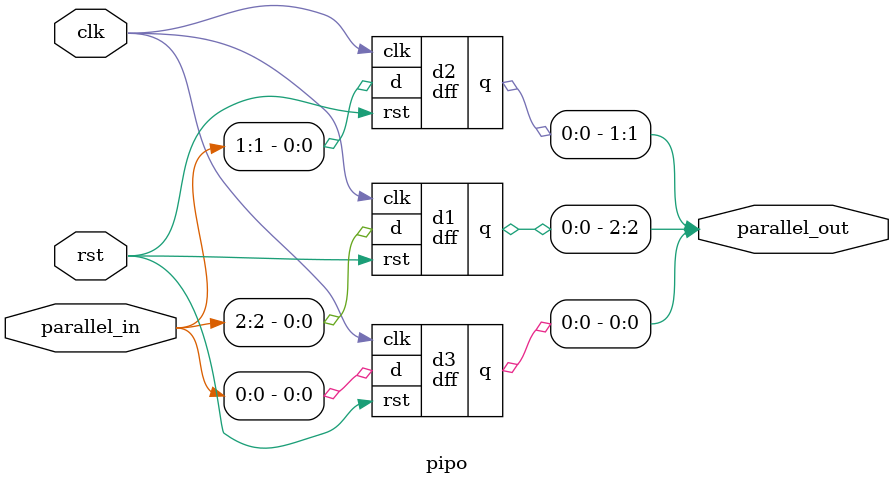
<source format=v>
module dff(clk,rst,d,q);
input clk,rst,d;
output reg q;

always @(posedge clk)
begin
if(rst)
q<=1'b0;
else
q<=d;
end
endmodule

module pipo(clk,rst,parallel_in,parallel_out);
input clk,rst;
input [2:0]parallel_in;
output [2:0]parallel_out;

dff d1(clk,rst,parallel_in[2],parallel_out[2]);
dff d2(clk,rst,parallel_in[1],parallel_out[1]);
dff d3(clk,rst,parallel_in[0],parallel_out[0]);

endmodule
</source>
